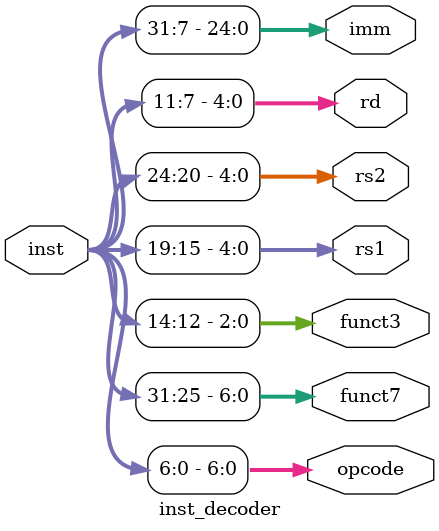
<source format=v>
`timescale 1ns / 1ps


module inst_decoder(
    input [31:0] inst,
    output [6:0] opcode,
    output [6:0] funct7,
    output [2:0] funct3,
    output [4:0] rs1,
    output [4:0] rs2,
    output [4:0] rd,
    output [24:0] imm
    );

    assign opcode = inst[6:0];
    assign funct3 = inst[14:12];
    assign funct7 = inst[31:25];
    assign rs1 = inst[19:15];
    assign rs2 = inst[24:20];
    assign rd = inst[11:7];
    assign imm = inst[31:7];
endmodule

</source>
